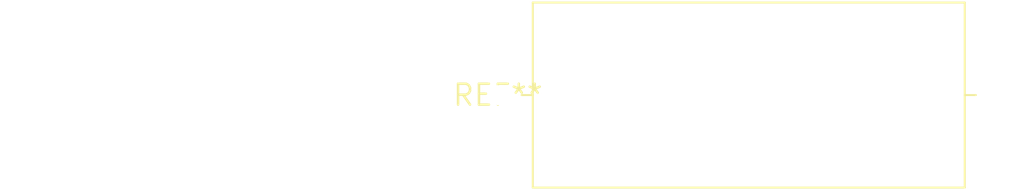
<source format=kicad_pcb>
(kicad_pcb (version 20240108) (generator pcbnew)
  (layers (0 "F.Cu" signal) (31 "B.Cu" signal) (34 "B.Paste" user) (35 "F.Paste" user) (36 "B.SilkS" user "B.Silkscreen") (37 "F.SilkS" user "F.Silkscreen") (38 "B.Mask" user) (39 "F.Mask" user) (44 "Edge.Cuts" user))
  (net 0 "")
  (footprint "L_Axial_L26.0mm_D11.0mm_P30.48mm_Horizontal_Fastron_77A" (layer "F.Cu") (at 0 0)
    (property "Reference" "REF**")
    (property "Value" "L_Axial_L26.0mm_D11.0mm_P30.48mm_Horizontal_Fastron_77A")
    (fp_line (start 1.44 0) (end 2.12 0) (layer "F.SilkS") (stroke (width 0.12)))
    (fp_line (start 2.12 -5.62) (end 2.12 5.62) (layer "F.SilkS") (stroke (width 0.12)))
    (fp_line (start 2.12 5.62) (end 28.36 5.62) (layer "F.SilkS") (stroke (width 0.12)))
    (fp_line (start 28.36 -5.62) (end 2.12 -5.62) (layer "F.SilkS") (stroke (width 0.12)))
    (fp_line (start 28.36 5.62) (end 28.36 -5.62) (layer "F.SilkS") (stroke (width 0.12)))
    (fp_line (start 29.04 0) (end 28.36 0) (layer "F.SilkS") (stroke (width 0.12)))
    (pad "1" thru_hole circle (at 0 0) (size 2.4 2.4) (drill 1.2) (layers *.Cu *.Mask) (remove_unused_layers))
    (pad "2" thru_hole oval (at 30.48 0) (size 2.4 2.4) (drill 1.2) (layers *.Cu *.Mask) (remove_unused_layers))
  )
)
</source>
